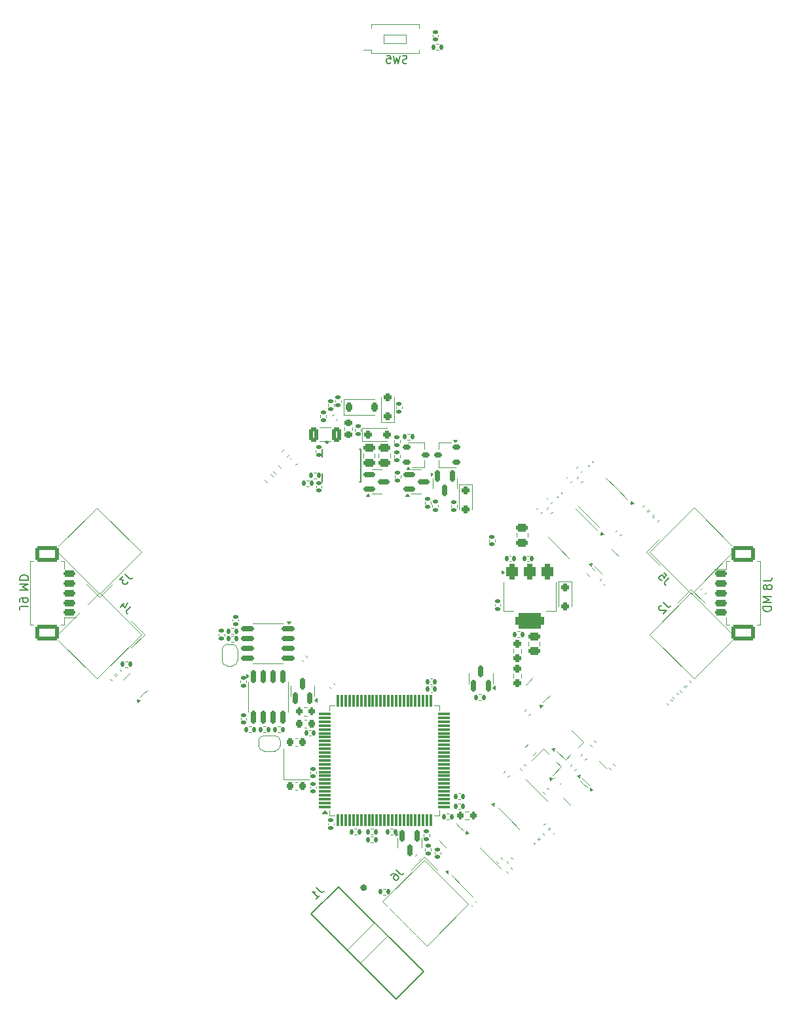
<source format=gbr>
%TF.GenerationSoftware,KiCad,Pcbnew,7.0.11*%
%TF.CreationDate,2025-06-24T23:15:39+09:00*%
%TF.ProjectId,Drive,44726976-652e-46b6-9963-61645f706362,rev?*%
%TF.SameCoordinates,Original*%
%TF.FileFunction,Legend,Bot*%
%TF.FilePolarity,Positive*%
%FSLAX46Y46*%
G04 Gerber Fmt 4.6, Leading zero omitted, Abs format (unit mm)*
G04 Created by KiCad (PCBNEW 7.0.11) date 2025-06-24 23:15:39*
%MOMM*%
%LPD*%
G01*
G04 APERTURE LIST*
G04 Aperture macros list*
%AMRoundRect*
0 Rectangle with rounded corners*
0 $1 Rounding radius*
0 $2 $3 $4 $5 $6 $7 $8 $9 X,Y pos of 4 corners*
0 Add a 4 corners polygon primitive as box body*
4,1,4,$2,$3,$4,$5,$6,$7,$8,$9,$2,$3,0*
0 Add four circle primitives for the rounded corners*
1,1,$1+$1,$2,$3*
1,1,$1+$1,$4,$5*
1,1,$1+$1,$6,$7*
1,1,$1+$1,$8,$9*
0 Add four rect primitives between the rounded corners*
20,1,$1+$1,$2,$3,$4,$5,0*
20,1,$1+$1,$4,$5,$6,$7,0*
20,1,$1+$1,$6,$7,$8,$9,0*
20,1,$1+$1,$8,$9,$2,$3,0*%
%AMHorizOval*
0 Thick line with rounded ends*
0 $1 width*
0 $2 $3 position (X,Y) of the first rounded end (center of the circle)*
0 $4 $5 position (X,Y) of the second rounded end (center of the circle)*
0 Add line between two ends*
20,1,$1,$2,$3,$4,$5,0*
0 Add two circle primitives to create the rounded ends*
1,1,$1,$2,$3*
1,1,$1,$4,$5*%
%AMRotRect*
0 Rectangle, with rotation*
0 The origin of the aperture is its center*
0 $1 length*
0 $2 width*
0 $3 Rotation angle, in degrees counterclockwise*
0 Add horizontal line*
21,1,$1,$2,0,0,$3*%
%AMFreePoly0*
4,1,33,0.500000,-0.750000,0.000000,-0.750000,0.000000,-0.749013,-0.031395,-0.749013,-0.093691,-0.741144,-0.154508,-0.725528,-0.212890,-0.702414,-0.267913,-0.672164,-0.318712,-0.635257,-0.364484,-0.592274,-0.404508,-0.543893,-0.438153,-0.490877,-0.464888,-0.434062,-0.484292,-0.374345,-0.496057,-0.312667,-0.500000,-0.250000,-0.500000,0.250000,-0.496057,0.312667,-0.484292,0.374345,-0.464888,0.434062,
-0.438153,0.490877,-0.404508,0.543893,-0.364484,0.592274,-0.318712,0.635257,-0.267913,0.672164,-0.212890,0.702414,-0.154508,0.725528,-0.093691,0.741144,-0.031395,0.749013,0.000000,0.749013,0.000000,0.750000,0.500000,0.750000,0.500000,-0.750000,0.500000,-0.750000,$1*%
%AMFreePoly1*
4,1,33,0.000000,0.749013,0.031395,0.749013,0.093691,0.741144,0.154508,0.725528,0.212890,0.702414,0.267913,0.672164,0.318712,0.635257,0.364484,0.592274,0.404508,0.543893,0.438153,0.490877,0.464888,0.434062,0.484292,0.374345,0.496057,0.312667,0.500000,0.250000,0.500000,-0.250000,0.496057,-0.312667,0.484292,-0.374345,0.464888,-0.434062,0.438153,-0.490877,0.404508,-0.543893,
0.364484,-0.592274,0.318712,-0.635257,0.267913,-0.672164,0.212890,-0.702414,0.154508,-0.725528,0.093691,-0.741144,0.031395,-0.749013,0.000000,-0.749013,0.000000,-0.750000,-0.500000,-0.750000,-0.500000,0.750000,0.000000,0.750000,0.000000,0.749013,0.000000,0.749013,$1*%
G04 Aperture macros list end*
%ADD10C,0.150000*%
%ADD11C,0.120000*%
%ADD12C,0.250000*%
%ADD13C,0.152400*%
%ADD14C,0.454000*%
%ADD15HorizOval,1.100000X-0.212132X0.212132X0.212132X-0.212132X0*%
%ADD16C,1.524000*%
%ADD17C,0.800000*%
%ADD18C,6.400000*%
%ADD19C,1.200000*%
%ADD20C,2.000000*%
%ADD21RoundRect,0.350000X0.000000X0.494975X-0.494975X0.000000X0.000000X-0.494975X0.494975X0.000000X0*%
%ADD22C,1.400000*%
%ADD23RoundRect,0.140000X0.219203X0.021213X0.021213X0.219203X-0.219203X-0.021213X-0.021213X-0.219203X0*%
%ADD24RoundRect,0.135000X0.135000X0.185000X-0.135000X0.185000X-0.135000X-0.185000X0.135000X-0.185000X0*%
%ADD25RoundRect,0.135000X-0.226274X-0.035355X-0.035355X-0.226274X0.226274X0.035355X0.035355X0.226274X0*%
%ADD26RoundRect,0.175000X-0.325000X-0.175000X0.325000X-0.175000X0.325000X0.175000X-0.325000X0.175000X0*%
%ADD27RoundRect,0.135000X0.185000X-0.135000X0.185000X0.135000X-0.185000X0.135000X-0.185000X-0.135000X0*%
%ADD28RoundRect,0.250000X0.325000X0.650000X-0.325000X0.650000X-0.325000X-0.650000X0.325000X-0.650000X0*%
%ADD29RoundRect,0.135000X-0.035355X0.226274X-0.226274X0.035355X0.035355X-0.226274X0.226274X-0.035355X0*%
%ADD30RoundRect,0.140000X-0.140000X-0.170000X0.140000X-0.170000X0.140000X0.170000X-0.140000X0.170000X0*%
%ADD31RoundRect,0.140000X-0.219203X-0.021213X-0.021213X-0.219203X0.219203X0.021213X0.021213X0.219203X0*%
%ADD32RoundRect,0.150000X0.583363X-0.371231X-0.371231X0.583363X-0.583363X0.371231X0.371231X-0.583363X0*%
%ADD33RoundRect,0.140000X0.140000X0.170000X-0.140000X0.170000X-0.140000X-0.170000X0.140000X-0.170000X0*%
%ADD34R,1.200000X1.400000*%
%ADD35RoundRect,0.150000X0.521491X-0.309359X-0.309359X0.521491X-0.521491X0.309359X0.309359X-0.521491X0*%
%ADD36RoundRect,0.250000X-0.475000X0.250000X-0.475000X-0.250000X0.475000X-0.250000X0.475000X0.250000X0*%
%ADD37RoundRect,0.135000X-0.135000X-0.185000X0.135000X-0.185000X0.135000X0.185000X-0.135000X0.185000X0*%
%ADD38RoundRect,0.135000X0.035355X-0.226274X0.226274X-0.035355X-0.035355X0.226274X-0.226274X0.035355X0*%
%ADD39RoundRect,0.150000X-0.309359X-0.521491X0.521491X0.309359X0.309359X0.521491X-0.521491X-0.309359X0*%
%ADD40RoundRect,0.140000X0.170000X-0.140000X0.170000X0.140000X-0.170000X0.140000X-0.170000X-0.140000X0*%
%ADD41RoundRect,0.135000X-0.185000X0.135000X-0.185000X-0.135000X0.185000X-0.135000X0.185000X0.135000X0*%
%ADD42RoundRect,0.200000X0.200000X0.275000X-0.200000X0.275000X-0.200000X-0.275000X0.200000X-0.275000X0*%
%ADD43RoundRect,0.200000X-0.053033X0.335876X-0.335876X0.053033X0.053033X-0.335876X0.335876X-0.053033X0*%
%ADD44RoundRect,0.250000X-0.053033X0.901561X-0.901561X0.053033X0.053033X-0.901561X0.901561X-0.053033X0*%
%ADD45HorizOval,1.700000X-0.053033X0.053033X0.053033X-0.053033X0*%
%ADD46RoundRect,0.200000X0.335876X0.053033X0.053033X0.335876X-0.335876X-0.053033X-0.053033X-0.335876X0*%
%ADD47RoundRect,0.140000X-0.170000X0.140000X-0.170000X-0.140000X0.170000X-0.140000X0.170000X0.140000X0*%
%ADD48RoundRect,0.135000X0.226274X0.035355X0.035355X0.226274X-0.226274X-0.035355X-0.035355X-0.226274X0*%
%ADD49RoundRect,0.250000X0.475000X-0.250000X0.475000X0.250000X-0.475000X0.250000X-0.475000X-0.250000X0*%
%ADD50RoundRect,0.150000X-0.587500X-0.150000X0.587500X-0.150000X0.587500X0.150000X-0.587500X0.150000X0*%
%ADD51RoundRect,0.150000X-0.583363X0.371231X0.371231X-0.583363X0.583363X-0.371231X-0.371231X0.583363X0*%
%ADD52RoundRect,0.218750X-0.256250X0.218750X-0.256250X-0.218750X0.256250X-0.218750X0.256250X0.218750X0*%
%ADD53RoundRect,0.250000X0.053033X-0.901561X0.901561X-0.053033X-0.053033X0.901561X-0.901561X0.053033X0*%
%ADD54RoundRect,0.175000X-0.353553X0.106066X0.106066X-0.353553X0.353553X-0.106066X-0.106066X0.353553X0*%
%ADD55RoundRect,0.150000X-0.150000X0.587500X-0.150000X-0.587500X0.150000X-0.587500X0.150000X0.587500X0*%
%ADD56RoundRect,0.237500X-0.237500X0.250000X-0.237500X-0.250000X0.237500X-0.250000X0.237500X0.250000X0*%
%ADD57RoundRect,0.250000X0.901561X0.053033X0.053033X0.901561X-0.901561X-0.053033X-0.053033X-0.901561X0*%
%ADD58HorizOval,1.700000X0.053033X0.053033X-0.053033X-0.053033X0*%
%ADD59RoundRect,0.225000X-0.225000X-0.250000X0.225000X-0.250000X0.225000X0.250000X-0.225000X0.250000X0*%
%ADD60RoundRect,0.250000X-0.250000X0.250000X-0.250000X-0.250000X0.250000X-0.250000X0.250000X0.250000X0*%
%ADD61RoundRect,0.225000X-0.225000X-0.375000X0.225000X-0.375000X0.225000X0.375000X-0.225000X0.375000X0*%
%ADD62RoundRect,0.250000X-0.250000X-0.250000X0.250000X-0.250000X0.250000X0.250000X-0.250000X0.250000X0*%
%ADD63R,2.250000X2.250000*%
%ADD64C,2.250000*%
%ADD65RotRect,1.000000X1.000000X135.000000*%
%ADD66C,1.000000*%
%ADD67RoundRect,0.150000X0.675000X0.150000X-0.675000X0.150000X-0.675000X-0.150000X0.675000X-0.150000X0*%
%ADD68RoundRect,0.200000X-0.200000X-0.275000X0.200000X-0.275000X0.200000X0.275000X-0.200000X0.275000X0*%
%ADD69RoundRect,0.150000X-0.521491X0.309359X0.309359X-0.521491X0.521491X-0.309359X-0.309359X0.521491X0*%
%ADD70RoundRect,0.200000X-0.335876X-0.053033X-0.053033X-0.335876X0.335876X0.053033X0.053033X0.335876X0*%
%ADD71RoundRect,0.175000X0.325000X0.175000X-0.325000X0.175000X-0.325000X-0.175000X0.325000X-0.175000X0*%
%ADD72RoundRect,0.375000X-0.375000X0.625000X-0.375000X-0.625000X0.375000X-0.625000X0.375000X0.625000X0*%
%ADD73RoundRect,0.500000X-1.400000X0.500000X-1.400000X-0.500000X1.400000X-0.500000X1.400000X0.500000X0*%
%ADD74RoundRect,0.200000X0.600000X-0.200000X0.600000X0.200000X-0.600000X0.200000X-0.600000X-0.200000X0*%
%ADD75RoundRect,0.250001X1.249999X-0.799999X1.249999X0.799999X-1.249999X0.799999X-1.249999X-0.799999X0*%
%ADD76RoundRect,0.250000X-0.901561X-0.053033X-0.053033X-0.901561X0.901561X0.053033X0.053033X0.901561X0*%
%ADD77HorizOval,1.700000X-0.053033X-0.053033X0.053033X0.053033X0*%
%ADD78RoundRect,0.150000X-0.150000X0.675000X-0.150000X-0.675000X0.150000X-0.675000X0.150000X0.675000X0*%
%ADD79RoundRect,0.250000X0.250000X-0.250000X0.250000X0.250000X-0.250000X0.250000X-0.250000X-0.250000X0*%
%ADD80FreePoly0,180.000000*%
%ADD81FreePoly1,180.000000*%
%ADD82RoundRect,0.250000X0.159099X-0.512652X0.512652X-0.159099X-0.159099X0.512652X-0.512652X0.159099X0*%
%ADD83FreePoly0,90.000000*%
%ADD84FreePoly1,90.000000*%
%ADD85RoundRect,0.150000X0.150000X-0.587500X0.150000X0.587500X-0.150000X0.587500X-0.150000X-0.587500X0*%
%ADD86RoundRect,0.175000X-0.106066X-0.353553X0.353553X0.106066X0.106066X0.353553X-0.353553X-0.106066X0*%
%ADD87C,1.700000*%
%ADD88RoundRect,0.225000X0.225000X0.250000X-0.225000X0.250000X-0.225000X-0.250000X0.225000X-0.250000X0*%
%ADD89RoundRect,0.200000X-0.600000X0.200000X-0.600000X-0.200000X0.600000X-0.200000X0.600000X0.200000X0*%
%ADD90RoundRect,0.250001X-1.249999X0.799999X-1.249999X-0.799999X1.249999X-0.799999X1.249999X0.799999X0*%
%ADD91RoundRect,0.225000X0.017678X-0.335876X0.335876X-0.017678X-0.017678X0.335876X-0.335876X0.017678X0*%
%ADD92RoundRect,0.075000X-0.725000X-0.075000X0.725000X-0.075000X0.725000X0.075000X-0.725000X0.075000X0*%
%ADD93RoundRect,0.075000X-0.075000X-0.725000X0.075000X-0.725000X0.075000X0.725000X-0.075000X0.725000X0*%
G04 APERTURE END LIST*
D10*
X78442419Y-113539411D02*
X79542419Y-113539411D01*
X79542419Y-113539411D02*
X78756704Y-113172744D01*
X78756704Y-113172744D02*
X79542419Y-112806077D01*
X79542419Y-112806077D02*
X78442419Y-112806077D01*
X78442419Y-112282268D02*
X79542419Y-112282268D01*
X79542419Y-112282268D02*
X79542419Y-112020363D01*
X79542419Y-112020363D02*
X79490038Y-111863220D01*
X79490038Y-111863220D02*
X79385276Y-111758458D01*
X79385276Y-111758458D02*
X79280514Y-111706077D01*
X79280514Y-111706077D02*
X79070990Y-111653696D01*
X79070990Y-111653696D02*
X78913847Y-111653696D01*
X78913847Y-111653696D02*
X78704323Y-111706077D01*
X78704323Y-111706077D02*
X78599561Y-111758458D01*
X78599561Y-111758458D02*
X78494800Y-111863220D01*
X78494800Y-111863220D02*
X78442419Y-112020363D01*
X78442419Y-112020363D02*
X78442419Y-112282268D01*
X175657580Y-114460588D02*
X174557580Y-114460588D01*
X174557580Y-114460588D02*
X175343295Y-114827255D01*
X175343295Y-114827255D02*
X174557580Y-115193922D01*
X174557580Y-115193922D02*
X175657580Y-115193922D01*
X175657580Y-115717731D02*
X174557580Y-115717731D01*
X174557580Y-115717731D02*
X174557580Y-115979636D01*
X174557580Y-115979636D02*
X174609961Y-116136779D01*
X174609961Y-116136779D02*
X174714723Y-116241541D01*
X174714723Y-116241541D02*
X174819485Y-116293922D01*
X174819485Y-116293922D02*
X175029009Y-116346303D01*
X175029009Y-116346303D02*
X175186152Y-116346303D01*
X175186152Y-116346303D02*
X175395676Y-116293922D01*
X175395676Y-116293922D02*
X175500438Y-116241541D01*
X175500438Y-116241541D02*
X175605200Y-116136779D01*
X175605200Y-116136779D02*
X175657580Y-115979636D01*
X175657580Y-115979636D02*
X175657580Y-115717731D01*
X161635551Y-115214913D02*
X162140627Y-115719989D01*
X162140627Y-115719989D02*
X162275314Y-115787333D01*
X162275314Y-115787333D02*
X162410001Y-115787333D01*
X162410001Y-115787333D02*
X162544688Y-115719989D01*
X162544688Y-115719989D02*
X162612032Y-115652646D01*
X161399848Y-115585302D02*
X161332505Y-115585302D01*
X161332505Y-115585302D02*
X161231490Y-115618974D01*
X161231490Y-115618974D02*
X161063131Y-115787333D01*
X161063131Y-115787333D02*
X161029459Y-115888348D01*
X161029459Y-115888348D02*
X161029459Y-115955692D01*
X161029459Y-115955692D02*
X161063131Y-116056707D01*
X161063131Y-116056707D02*
X161130474Y-116124050D01*
X161130474Y-116124050D02*
X161265161Y-116191394D01*
X161265161Y-116191394D02*
X162073283Y-116191394D01*
X162073283Y-116191394D02*
X161635551Y-116629127D01*
X92061851Y-111542679D02*
X92566927Y-112047755D01*
X92566927Y-112047755D02*
X92701614Y-112115099D01*
X92701614Y-112115099D02*
X92836301Y-112115099D01*
X92836301Y-112115099D02*
X92970988Y-112047755D01*
X92970988Y-112047755D02*
X93038332Y-111980412D01*
X91792477Y-111812053D02*
X91354744Y-112249786D01*
X91354744Y-112249786D02*
X91859820Y-112283458D01*
X91859820Y-112283458D02*
X91758805Y-112384473D01*
X91758805Y-112384473D02*
X91725133Y-112485488D01*
X91725133Y-112485488D02*
X91725133Y-112552832D01*
X91725133Y-112552832D02*
X91758805Y-112653847D01*
X91758805Y-112653847D02*
X91927164Y-112822206D01*
X91927164Y-112822206D02*
X92028179Y-112855877D01*
X92028179Y-112855877D02*
X92095522Y-112855877D01*
X92095522Y-112855877D02*
X92196538Y-112822206D01*
X92196538Y-112822206D02*
X92398568Y-112620175D01*
X92398568Y-112620175D02*
X92432240Y-112519160D01*
X92432240Y-112519160D02*
X92432240Y-112451816D01*
X92832803Y-115688602D02*
X92327727Y-116193678D01*
X92327727Y-116193678D02*
X92260383Y-116328365D01*
X92260383Y-116328365D02*
X92260383Y-116463052D01*
X92260383Y-116463052D02*
X92327727Y-116597739D01*
X92327727Y-116597739D02*
X92395070Y-116665083D01*
X91957337Y-115284541D02*
X91485933Y-115755945D01*
X92395070Y-115183525D02*
X92058353Y-115856960D01*
X92058353Y-115856960D02*
X91620620Y-115419228D01*
X128503332Y-45507200D02*
X128360475Y-45554819D01*
X128360475Y-45554819D02*
X128122380Y-45554819D01*
X128122380Y-45554819D02*
X128027142Y-45507200D01*
X128027142Y-45507200D02*
X127979523Y-45459580D01*
X127979523Y-45459580D02*
X127931904Y-45364342D01*
X127931904Y-45364342D02*
X127931904Y-45269104D01*
X127931904Y-45269104D02*
X127979523Y-45173866D01*
X127979523Y-45173866D02*
X128027142Y-45126247D01*
X128027142Y-45126247D02*
X128122380Y-45078628D01*
X128122380Y-45078628D02*
X128312856Y-45031009D01*
X128312856Y-45031009D02*
X128408094Y-44983390D01*
X128408094Y-44983390D02*
X128455713Y-44935771D01*
X128455713Y-44935771D02*
X128503332Y-44840533D01*
X128503332Y-44840533D02*
X128503332Y-44745295D01*
X128503332Y-44745295D02*
X128455713Y-44650057D01*
X128455713Y-44650057D02*
X128408094Y-44602438D01*
X128408094Y-44602438D02*
X128312856Y-44554819D01*
X128312856Y-44554819D02*
X128074761Y-44554819D01*
X128074761Y-44554819D02*
X127931904Y-44602438D01*
X127598570Y-44554819D02*
X127360475Y-45554819D01*
X127360475Y-45554819D02*
X127169999Y-44840533D01*
X127169999Y-44840533D02*
X126979523Y-45554819D01*
X126979523Y-45554819D02*
X126741428Y-44554819D01*
X125884285Y-44554819D02*
X126360475Y-44554819D01*
X126360475Y-44554819D02*
X126408094Y-45031009D01*
X126408094Y-45031009D02*
X126360475Y-44983390D01*
X126360475Y-44983390D02*
X126265237Y-44935771D01*
X126265237Y-44935771D02*
X126027142Y-44935771D01*
X126027142Y-44935771D02*
X125931904Y-44983390D01*
X125931904Y-44983390D02*
X125884285Y-45031009D01*
X125884285Y-45031009D02*
X125836666Y-45126247D01*
X125836666Y-45126247D02*
X125836666Y-45364342D01*
X125836666Y-45364342D02*
X125884285Y-45459580D01*
X125884285Y-45459580D02*
X125931904Y-45507200D01*
X125931904Y-45507200D02*
X126027142Y-45554819D01*
X126027142Y-45554819D02*
X126265237Y-45554819D01*
X126265237Y-45554819D02*
X126360475Y-45507200D01*
X126360475Y-45507200D02*
X126408094Y-45459580D01*
X116806117Y-152056442D02*
X117311193Y-152561518D01*
X117311193Y-152561518D02*
X117445880Y-152628862D01*
X117445880Y-152628862D02*
X117580567Y-152628862D01*
X117580567Y-152628862D02*
X117715254Y-152561518D01*
X117715254Y-152561518D02*
X117782598Y-152494175D01*
X116806117Y-153470656D02*
X117210178Y-153066595D01*
X117008147Y-153268625D02*
X116301040Y-152561518D01*
X116301040Y-152561518D02*
X116469399Y-152595190D01*
X116469399Y-152595190D02*
X116604086Y-152595190D01*
X116604086Y-152595190D02*
X116705101Y-152561518D01*
X127108602Y-149737197D02*
X127613678Y-150242273D01*
X127613678Y-150242273D02*
X127748365Y-150309617D01*
X127748365Y-150309617D02*
X127883052Y-150309617D01*
X127883052Y-150309617D02*
X128017739Y-150242273D01*
X128017739Y-150242273D02*
X128085083Y-150174930D01*
X126468838Y-150376960D02*
X126603525Y-150242273D01*
X126603525Y-150242273D02*
X126704541Y-150208602D01*
X126704541Y-150208602D02*
X126771884Y-150208602D01*
X126771884Y-150208602D02*
X126940243Y-150242273D01*
X126940243Y-150242273D02*
X127108602Y-150343289D01*
X127108602Y-150343289D02*
X127377976Y-150612663D01*
X127377976Y-150612663D02*
X127411647Y-150713678D01*
X127411647Y-150713678D02*
X127411647Y-150781021D01*
X127411647Y-150781021D02*
X127377976Y-150882037D01*
X127377976Y-150882037D02*
X127243289Y-151016724D01*
X127243289Y-151016724D02*
X127142273Y-151050395D01*
X127142273Y-151050395D02*
X127074930Y-151050395D01*
X127074930Y-151050395D02*
X126973915Y-151016724D01*
X126973915Y-151016724D02*
X126805556Y-150848365D01*
X126805556Y-150848365D02*
X126771884Y-150747350D01*
X126771884Y-150747350D02*
X126771884Y-150680006D01*
X126771884Y-150680006D02*
X126805556Y-150578991D01*
X126805556Y-150578991D02*
X126940243Y-150444304D01*
X126940243Y-150444304D02*
X127041258Y-150410632D01*
X127041258Y-150410632D02*
X127108602Y-150410632D01*
X127108602Y-150410632D02*
X127209617Y-150444304D01*
X79498919Y-115666666D02*
X78713204Y-115666666D01*
X78713204Y-115666666D02*
X78556061Y-115719047D01*
X78556061Y-115719047D02*
X78451300Y-115823809D01*
X78451300Y-115823809D02*
X78398919Y-115980952D01*
X78398919Y-115980952D02*
X78398919Y-116085714D01*
X78398919Y-115090476D02*
X78398919Y-114880952D01*
X78398919Y-114880952D02*
X78451300Y-114776190D01*
X78451300Y-114776190D02*
X78503680Y-114723809D01*
X78503680Y-114723809D02*
X78660823Y-114619047D01*
X78660823Y-114619047D02*
X78870347Y-114566666D01*
X78870347Y-114566666D02*
X79289395Y-114566666D01*
X79289395Y-114566666D02*
X79394157Y-114619047D01*
X79394157Y-114619047D02*
X79446538Y-114671428D01*
X79446538Y-114671428D02*
X79498919Y-114776190D01*
X79498919Y-114776190D02*
X79498919Y-114985714D01*
X79498919Y-114985714D02*
X79446538Y-115090476D01*
X79446538Y-115090476D02*
X79394157Y-115142857D01*
X79394157Y-115142857D02*
X79289395Y-115195238D01*
X79289395Y-115195238D02*
X79027490Y-115195238D01*
X79027490Y-115195238D02*
X78922728Y-115142857D01*
X78922728Y-115142857D02*
X78870347Y-115090476D01*
X78870347Y-115090476D02*
X78817966Y-114985714D01*
X78817966Y-114985714D02*
X78817966Y-114776190D01*
X78817966Y-114776190D02*
X78870347Y-114671428D01*
X78870347Y-114671428D02*
X78922728Y-114619047D01*
X78922728Y-114619047D02*
X79027490Y-114566666D01*
X162411320Y-112011851D02*
X161906244Y-112516927D01*
X161906244Y-112516927D02*
X161838900Y-112651614D01*
X161838900Y-112651614D02*
X161838900Y-112786301D01*
X161838900Y-112786301D02*
X161906244Y-112920988D01*
X161906244Y-112920988D02*
X161973587Y-112988332D01*
X161737885Y-111338416D02*
X162074602Y-111675133D01*
X162074602Y-111675133D02*
X161771557Y-112045522D01*
X161771557Y-112045522D02*
X161771557Y-111978179D01*
X161771557Y-111978179D02*
X161737885Y-111877164D01*
X161737885Y-111877164D02*
X161569526Y-111708805D01*
X161569526Y-111708805D02*
X161468511Y-111675133D01*
X161468511Y-111675133D02*
X161401167Y-111675133D01*
X161401167Y-111675133D02*
X161300152Y-111708805D01*
X161300152Y-111708805D02*
X161131793Y-111877164D01*
X161131793Y-111877164D02*
X161098122Y-111978179D01*
X161098122Y-111978179D02*
X161098122Y-112045522D01*
X161098122Y-112045522D02*
X161131793Y-112146538D01*
X161131793Y-112146538D02*
X161300152Y-112314896D01*
X161300152Y-112314896D02*
X161401167Y-112348568D01*
X161401167Y-112348568D02*
X161468511Y-112348568D01*
X174601080Y-112433333D02*
X175386795Y-112433333D01*
X175386795Y-112433333D02*
X175543938Y-112380952D01*
X175543938Y-112380952D02*
X175648700Y-112276190D01*
X175648700Y-112276190D02*
X175701080Y-112119047D01*
X175701080Y-112119047D02*
X175701080Y-112014285D01*
X175072509Y-113114285D02*
X175020128Y-113009523D01*
X175020128Y-113009523D02*
X174967747Y-112957142D01*
X174967747Y-112957142D02*
X174862985Y-112904761D01*
X174862985Y-112904761D02*
X174810604Y-112904761D01*
X174810604Y-112904761D02*
X174705842Y-112957142D01*
X174705842Y-112957142D02*
X174653461Y-113009523D01*
X174653461Y-113009523D02*
X174601080Y-113114285D01*
X174601080Y-113114285D02*
X174601080Y-113323809D01*
X174601080Y-113323809D02*
X174653461Y-113428571D01*
X174653461Y-113428571D02*
X174705842Y-113480952D01*
X174705842Y-113480952D02*
X174810604Y-113533333D01*
X174810604Y-113533333D02*
X174862985Y-113533333D01*
X174862985Y-113533333D02*
X174967747Y-113480952D01*
X174967747Y-113480952D02*
X175020128Y-113428571D01*
X175020128Y-113428571D02*
X175072509Y-113323809D01*
X175072509Y-113323809D02*
X175072509Y-113114285D01*
X175072509Y-113114285D02*
X175124890Y-113009523D01*
X175124890Y-113009523D02*
X175177271Y-112957142D01*
X175177271Y-112957142D02*
X175282033Y-112904761D01*
X175282033Y-112904761D02*
X175491557Y-112904761D01*
X175491557Y-112904761D02*
X175596319Y-112957142D01*
X175596319Y-112957142D02*
X175648700Y-113009523D01*
X175648700Y-113009523D02*
X175701080Y-113114285D01*
X175701080Y-113114285D02*
X175701080Y-113323809D01*
X175701080Y-113323809D02*
X175648700Y-113428571D01*
X175648700Y-113428571D02*
X175596319Y-113480952D01*
X175596319Y-113480952D02*
X175491557Y-113533333D01*
X175491557Y-113533333D02*
X175282033Y-113533333D01*
X175282033Y-113533333D02*
X175177271Y-113480952D01*
X175177271Y-113480952D02*
X175124890Y-113428571D01*
X175124890Y-113428571D02*
X175072509Y-113323809D01*
D11*
%TO.C,C27*%
X148059992Y-101645707D02*
X147907489Y-101493204D01*
X148569109Y-101136590D02*
X148416606Y-100984087D01*
%TO.C,R21*%
X92383641Y-123540000D02*
X92076359Y-123540000D01*
X92383641Y-122780000D02*
X92076359Y-122780000D01*
%TO.C,R4*%
X143660060Y-136082659D02*
X143877341Y-136299940D01*
X143122659Y-136620060D02*
X143339940Y-136837341D01*
%TO.C,Q6*%
X128625000Y-94490000D02*
X130775000Y-94490000D01*
X129175000Y-97710000D02*
X130775000Y-97710000D01*
X130775000Y-95400000D02*
X130775000Y-94490000D01*
X130775000Y-97710000D02*
X130775000Y-96800000D01*
X128915000Y-97990000D02*
X128435000Y-97990000D01*
X128675000Y-97660000D01*
X128915000Y-97990000D01*
G36*
X128915000Y-97990000D02*
G01*
X128435000Y-97990000D01*
X128675000Y-97660000D01*
X128915000Y-97990000D01*
G37*
%TO.C,R25*%
X131800000Y-102853641D02*
X131800000Y-102546359D01*
X132560000Y-102853641D02*
X132560000Y-102546359D01*
%TO.C,C16*%
X118611252Y-94390000D02*
X117188748Y-94390000D01*
X118611252Y-92570000D02*
X117188748Y-92570000D01*
%TO.C,R3*%
X144446341Y-129542060D02*
X144229060Y-129759341D01*
X143908940Y-129004659D02*
X143691659Y-129221940D01*
%TO.C,C4*%
X135172164Y-141170000D02*
X135387836Y-141170000D01*
X135172164Y-141890000D02*
X135387836Y-141890000D01*
%TO.C,R33*%
X159727341Y-103180060D02*
X159510060Y-103397341D01*
X159189940Y-102642659D02*
X158972659Y-102859940D01*
%TO.C,C35*%
X137328307Y-153759190D02*
X137480810Y-153911693D01*
X136819190Y-154268307D02*
X136971693Y-154420810D01*
%TO.C,U3*%
X148089807Y-108110193D02*
X149468665Y-109489052D01*
X148089807Y-108110193D02*
X146710948Y-106731335D01*
X151710193Y-104489807D02*
X153089052Y-105868665D01*
X151710193Y-104489807D02*
X150331335Y-103110948D01*
X153955257Y-106402530D02*
X153552207Y-106466170D01*
X153615846Y-106063119D01*
X153955257Y-106402530D01*
G36*
X153955257Y-106402530D02*
G01*
X153552207Y-106466170D01*
X153615846Y-106063119D01*
X153955257Y-106402530D01*
G37*
%TO.C,C3*%
X131771836Y-126750000D02*
X131556164Y-126750000D01*
X131771836Y-126030000D02*
X131556164Y-126030000D01*
%TO.C,Y2*%
X112548000Y-138084000D02*
X112548000Y-134084000D01*
X115848000Y-138084000D02*
X112548000Y-138084000D01*
%TO.C,Q17*%
X133122913Y-146404087D02*
X133582533Y-146863706D01*
X133122913Y-146404087D02*
X132663294Y-145944467D01*
X135329087Y-144197913D02*
X135788706Y-144657533D01*
X135329087Y-144197913D02*
X134869467Y-143738294D01*
X136518794Y-144991641D02*
X136115743Y-145055280D01*
X136179382Y-144652230D01*
X136518794Y-144991641D01*
G36*
X136518794Y-144991641D02*
G01*
X136115743Y-145055280D01*
X136179382Y-144652230D01*
X136518794Y-144991641D01*
G37*
%TO.C,C41*%
X124335000Y-95938748D02*
X124335000Y-96461252D01*
X122865000Y-95938748D02*
X122865000Y-96461252D01*
%TO.C,R20*%
X91360060Y-123822659D02*
X91577341Y-124039940D01*
X90822659Y-124360060D02*
X91039940Y-124577341D01*
%TO.C,C1*%
X118625693Y-126296810D02*
X118473190Y-126144307D01*
X119134810Y-125787693D02*
X118982307Y-125635190D01*
%TO.C,R51*%
X105766359Y-119470000D02*
X106073641Y-119470000D01*
X105766359Y-120230000D02*
X106073641Y-120230000D01*
%TO.C,R41*%
X146552811Y-103170092D02*
X146770092Y-102952811D01*
X147090212Y-103707493D02*
X147307493Y-103490212D01*
%TO.C,R35*%
X154157341Y-112710060D02*
X153940060Y-112927341D01*
X153619940Y-112172659D02*
X153402659Y-112389940D01*
%TO.C,R19*%
X118270000Y-89853641D02*
X118270000Y-89546359D01*
X119030000Y-89853641D02*
X119030000Y-89546359D01*
%TO.C,R31*%
X161077341Y-104550060D02*
X160860060Y-104767341D01*
X160539940Y-104012659D02*
X160322659Y-104229940D01*
%TO.C,Q8*%
X92246913Y-124746913D02*
X91787294Y-125206533D01*
X92246913Y-124746913D02*
X92706533Y-124287294D01*
X94453087Y-126953087D02*
X93993467Y-127412706D01*
X94453087Y-126953087D02*
X94912706Y-126493467D01*
X93998770Y-127803382D02*
X93659359Y-128142794D01*
X93595720Y-127739743D01*
X93998770Y-127803382D01*
G36*
X93998770Y-127803382D02*
G01*
X93659359Y-128142794D01*
X93595720Y-127739743D01*
X93998770Y-127803382D01*
G37*
%TO.C,R12*%
X115546359Y-99420000D02*
X115853641Y-99420000D01*
X115546359Y-100180000D02*
X115853641Y-100180000D01*
%TO.C,R38*%
X146552659Y-101839940D02*
X146769940Y-101622659D01*
X147090060Y-102377341D02*
X147307341Y-102160060D01*
%TO.C,C2*%
X132120000Y-147687836D02*
X132120000Y-147472164D01*
X132840000Y-147687836D02*
X132840000Y-147472164D01*
%TO.C,R67*%
X124143641Y-146180000D02*
X123836359Y-146180000D01*
X124143641Y-145420000D02*
X123836359Y-145420000D01*
%TO.C,R50*%
X110243641Y-131970000D02*
X109936359Y-131970000D01*
X110243641Y-131210000D02*
X109936359Y-131210000D01*
D10*
%TO.C,U2*%
X122555000Y-95379999D02*
X122405000Y-95379999D01*
X122555000Y-95379999D02*
X122555000Y-99580001D01*
X117555500Y-95379999D02*
X117530001Y-95379999D01*
X117530001Y-95379999D02*
X117530001Y-96430000D01*
X117530001Y-98530000D02*
X117530001Y-99580001D01*
X122555000Y-99580001D02*
X122405000Y-99580001D01*
X117555500Y-99580001D02*
X117530001Y-99580001D01*
D12*
X118293002Y-94480000D02*
G75*
G03*
X118043000Y-94480000I-125001J0D01*
G01*
X118043000Y-94480000D02*
G75*
G03*
X118293002Y-94480000I125001J0D01*
G01*
D11*
%TO.C,R76*%
X146872659Y-144569940D02*
X147089940Y-144352659D01*
X147410060Y-145107341D02*
X147627341Y-144890060D01*
%TO.C,R14*%
X127580000Y-96166359D02*
X127580000Y-96473641D01*
X126820000Y-96166359D02*
X126820000Y-96473641D01*
%TO.C,R43*%
X115616258Y-129802500D02*
X115141742Y-129802500D01*
X115616258Y-128757500D02*
X115141742Y-128757500D01*
%TO.C,R28*%
X113337230Y-96091697D02*
X113001697Y-96427230D01*
X112598303Y-95352770D02*
X112262770Y-95688303D01*
%TO.C,J2*%
X166954300Y-115192649D02*
X165250173Y-113488522D01*
X165250173Y-113488522D02*
X163546045Y-115192649D01*
X170991880Y-119654493D02*
X165603726Y-125042647D01*
X165250173Y-113912786D02*
X170991880Y-119654493D01*
X165603726Y-125042647D02*
X159862019Y-119300940D01*
X159862019Y-119300940D02*
X165250173Y-113912786D01*
%TO.C,R79*%
X146947341Y-144230060D02*
X146730060Y-144447341D01*
X146409940Y-143692659D02*
X146192659Y-143909940D01*
%TO.C,C15*%
X135172164Y-139850000D02*
X135387836Y-139850000D01*
X135172164Y-140570000D02*
X135387836Y-140570000D01*
%TO.C,R30*%
X110438303Y-99657230D02*
X110102770Y-99321697D01*
X111177230Y-98918303D02*
X110841697Y-98582770D01*
%TO.C,C7*%
X119030000Y-143702164D02*
X119030000Y-143917836D01*
X118310000Y-143702164D02*
X118310000Y-143917836D01*
%TO.C,R77*%
X146050060Y-145022659D02*
X146267341Y-145239940D01*
X145512659Y-145560060D02*
X145729940Y-145777341D01*
%TO.C,R78*%
X140299940Y-148877341D02*
X140082659Y-148660060D01*
X140837341Y-148339940D02*
X140620060Y-148122659D01*
%TO.C,C25*%
X142665000Y-106761252D02*
X142665000Y-106238748D01*
X144135000Y-106761252D02*
X144135000Y-106238748D01*
%TO.C,R18*%
X118080000Y-90996359D02*
X118080000Y-91303641D01*
X117320000Y-90996359D02*
X117320000Y-91303641D01*
%TO.C,Q10*%
X129700000Y-98040000D02*
X129050000Y-98040000D01*
X129700000Y-98040000D02*
X130350000Y-98040000D01*
X129700000Y-101160000D02*
X129050000Y-101160000D01*
X129700000Y-101160000D02*
X130350000Y-101160000D01*
X128777500Y-101440000D02*
X128297500Y-101440000D01*
X128537500Y-101110000D01*
X128777500Y-101440000D01*
G36*
X128777500Y-101440000D02*
G01*
X128297500Y-101440000D01*
X128537500Y-101110000D01*
X128777500Y-101440000D01*
G37*
%TO.C,R66*%
X130287341Y-148240060D02*
X130070060Y-148457341D01*
X129749940Y-147702659D02*
X129532659Y-147919940D01*
%TO.C,R32*%
X160397341Y-103860060D02*
X160180060Y-104077341D01*
X159859940Y-103322659D02*
X159642659Y-103539940D01*
%TO.C,R75*%
X141930060Y-148092659D02*
X142147341Y-148309940D01*
X141392659Y-148630060D02*
X141609940Y-148847341D01*
%TO.C,U12*%
X145280193Y-139459807D02*
X143901335Y-138080948D01*
X145280193Y-139459807D02*
X146659052Y-140838665D01*
X141659807Y-143080193D02*
X140280948Y-141701335D01*
X141659807Y-143080193D02*
X143038665Y-144459052D01*
X139754154Y-141506881D02*
X139414743Y-141167470D01*
X139817793Y-141103830D01*
X139754154Y-141506881D01*
G36*
X139754154Y-141506881D02*
G01*
X139414743Y-141167470D01*
X139817793Y-141103830D01*
X139754154Y-141506881D01*
G37*
%TO.C,L1*%
X121460000Y-92587221D02*
X121460000Y-92912779D01*
X120440000Y-92587221D02*
X120440000Y-92912779D01*
%TO.C,R68*%
X132296359Y-43070000D02*
X132603641Y-43070000D01*
X132296359Y-43830000D02*
X132603641Y-43830000D01*
%TO.C,C34*%
X139140000Y-107307836D02*
X139140000Y-107092164D01*
X139860000Y-107307836D02*
X139860000Y-107092164D01*
%TO.C,J3*%
X87042700Y-112807351D02*
X88746827Y-114511478D01*
X88746827Y-114511478D02*
X90450955Y-112807351D01*
X83005120Y-108345507D02*
X88393274Y-102957353D01*
X88746827Y-114087214D02*
X83005120Y-108345507D01*
X88393274Y-102957353D02*
X94134981Y-108699060D01*
X94134981Y-108699060D02*
X88746827Y-114087214D01*
%TO.C,R22*%
X90339940Y-125277341D02*
X90122659Y-125060060D01*
X90877341Y-124739940D02*
X90660060Y-124522659D01*
%TO.C,Q3*%
X149779774Y-131702890D02*
X151300054Y-133223170D01*
X147891799Y-134368683D02*
X149023170Y-135500054D01*
X150656587Y-133866637D02*
X151300054Y-133223170D01*
X149023170Y-135500054D02*
X149666637Y-134856587D01*
X147509961Y-134382825D02*
X147170550Y-134043414D01*
X147573601Y-133979774D01*
X147509961Y-134382825D01*
G36*
X147509961Y-134382825D02*
G01*
X147170550Y-134043414D01*
X147573601Y-133979774D01*
X147509961Y-134382825D01*
G37*
%TO.C,Q12*%
X134960000Y-99800000D02*
X134960000Y-99150000D01*
X134960000Y-99800000D02*
X134960000Y-100450000D01*
X131840000Y-99800000D02*
X131840000Y-99150000D01*
X131840000Y-99800000D02*
X131840000Y-100450000D01*
X131890000Y-98637500D02*
X131560000Y-98877500D01*
X131560000Y-98397500D01*
X131890000Y-98637500D01*
G36*
X131890000Y-98637500D02*
G01*
X131560000Y-98877500D01*
X131560000Y-98397500D01*
X131890000Y-98637500D01*
G37*
%TO.C,Q5*%
X124600000Y-98040000D02*
X123950000Y-98040000D01*
X124600000Y-98040000D02*
X125250000Y-98040000D01*
X124600000Y-101160000D02*
X123950000Y-101160000D01*
X124600000Y-101160000D02*
X125250000Y-101160000D01*
X123677500Y-101440000D02*
X123197500Y-101440000D01*
X123437500Y-101110000D01*
X123677500Y-101440000D01*
G36*
X123677500Y-101440000D02*
G01*
X123197500Y-101440000D01*
X123437500Y-101110000D01*
X123677500Y-101440000D01*
G37*
%TO.C,R62*%
X125426359Y-152190000D02*
X125733641Y-152190000D01*
X125426359Y-152950000D02*
X125733641Y-152950000D01*
%TO.C,U11*%
X139290193Y-148199807D02*
X137911335Y-146820948D01*
X139290193Y-148199807D02*
X140669052Y-149578665D01*
X135669807Y-151820193D02*
X134290948Y-150441335D01*
X135669807Y-151820193D02*
X137048665Y-153199052D01*
X133764154Y-150246881D02*
X133424743Y-149907470D01*
X133827793Y-149843830D01*
X133764154Y-150246881D01*
G36*
X133764154Y-150246881D02*
G01*
X133424743Y-149907470D01*
X133827793Y-149843830D01*
X133764154Y-150246881D01*
G37*
%TO.C,R61*%
X143292500Y-124415276D02*
X143292500Y-124924724D01*
X142247500Y-124415276D02*
X142247500Y-124924724D01*
%TO.C,J4*%
X92855068Y-121007351D02*
X94559195Y-119303224D01*
X94559195Y-119303224D02*
X92855068Y-117599096D01*
X88393224Y-125044931D02*
X83005070Y-119656777D01*
X94134931Y-119303224D02*
X88393224Y-125044931D01*
X83005070Y-119656777D02*
X88746777Y-113915070D01*
X88746777Y-113915070D02*
X94134931Y-119303224D01*
%TO.C,R73*%
X140989715Y-137201109D02*
X141206996Y-136983828D01*
X141527116Y-137738510D02*
X141744397Y-137521229D01*
%TO.C,C6*%
X114057421Y-132724000D02*
X114338581Y-132724000D01*
X114057421Y-133744000D02*
X114338581Y-133744000D01*
%TO.C,R13*%
X146610060Y-139122659D02*
X146827341Y-139339940D01*
X146072659Y-139660060D02*
X146289940Y-139877341D01*
%TO.C,D6*%
X149820000Y-112480000D02*
X149820000Y-115740000D01*
X148120000Y-112480000D02*
X149820000Y-112480000D01*
X148120000Y-112480000D02*
X148120000Y-115740000D01*
%TO.C,Q4*%
X149146913Y-140853087D02*
X149606533Y-141312706D01*
X149146913Y-140853087D02*
X148687294Y-140393467D01*
X151353087Y-138646913D02*
X151812706Y-139106533D01*
X151353087Y-138646913D02*
X150893467Y-138187294D01*
X152542794Y-139440641D02*
X152139743Y-139504280D01*
X152203382Y-139101230D01*
X152542794Y-139440641D01*
G36*
X152542794Y-139440641D02*
G01*
X152139743Y-139504280D01*
X152203382Y-139101230D01*
X152542794Y-139440641D01*
G37*
%TO.C,D5*%
X120339000Y-88958000D02*
X124349000Y-88958000D01*
X120339000Y-90958000D02*
X120339000Y-88958000D01*
X120339000Y-90958000D02*
X124349000Y-90958000D01*
%TO.C,C20*%
X144277836Y-109870000D02*
X144062164Y-109870000D01*
X144277836Y-109150000D02*
X144062164Y-109150000D01*
%TO.C,R49*%
X106073641Y-119280000D02*
X105766359Y-119280000D01*
X106073641Y-118520000D02*
X105766359Y-118520000D01*
%TO.C,C26*%
X145673000Y-120272748D02*
X145673000Y-120795252D01*
X144203000Y-120272748D02*
X144203000Y-120795252D01*
%TO.C,R42*%
X150452659Y-99179940D02*
X150669940Y-98962659D01*
X150990060Y-99717341D02*
X151207341Y-99500060D01*
%TO.C,D2*%
X122686000Y-92694000D02*
X125946000Y-92694000D01*
X122686000Y-94394000D02*
X122686000Y-92694000D01*
X122686000Y-94394000D02*
X125946000Y-94394000D01*
%TO.C,R53*%
X130660000Y-145423641D02*
X130660000Y-145116359D01*
X131420000Y-145423641D02*
X131420000Y-145116359D01*
%TO.C,SW5*%
X123900000Y-40550000D02*
X130100000Y-40550000D01*
X123900000Y-41010000D02*
X123900000Y-40550000D01*
X123900000Y-43790000D02*
X122900000Y-43790000D01*
X123900000Y-44250000D02*
X123900000Y-43790000D01*
X130100000Y-41010000D02*
X130100000Y-40550000D01*
X130100000Y-44250000D02*
X123900000Y-44250000D01*
X130100000Y-44250000D02*
X130100000Y-43790000D01*
X125500000Y-42950000D02*
X128350000Y-42950000D01*
X128350000Y-42950000D02*
X128350000Y-41900000D01*
X128350000Y-41900000D02*
X125500000Y-41900000D01*
X125500000Y-41900000D02*
X125500000Y-42950000D01*
D13*
%TO.C,J1*%
X119668237Y-151908455D02*
X130628392Y-162868610D01*
X130629948Y-162871297D02*
X127092858Y-166404144D01*
X127092858Y-166404144D02*
X116132703Y-155443989D01*
D11*
X122461308Y-161772595D02*
X125996842Y-158237061D01*
X120764252Y-160075539D02*
X124299786Y-156540005D01*
D13*
X116132703Y-155443989D02*
X119667672Y-151909020D01*
D14*
X123130957Y-152032906D02*
G75*
G03*
X122676957Y-152032906I-227000J0D01*
G01*
X122676957Y-152032906D02*
G75*
G03*
X123130957Y-152032906I227000J0D01*
G01*
D11*
%TO.C,U6*%
X110550000Y-123035000D02*
X112500000Y-123035000D01*
X110550000Y-123035000D02*
X108600000Y-123035000D01*
X110550000Y-117915000D02*
X112500000Y-117915000D01*
X110550000Y-117915000D02*
X108600000Y-117915000D01*
X113250000Y-118010000D02*
X113010000Y-117680000D01*
X113490000Y-117680000D01*
X113250000Y-118010000D01*
G36*
X113250000Y-118010000D02*
G01*
X113010000Y-117680000D01*
X113490000Y-117680000D01*
X113250000Y-118010000D01*
G37*
%TO.C,R71*%
X136032742Y-142207500D02*
X136507258Y-142207500D01*
X136032742Y-143252500D02*
X136507258Y-143252500D01*
%TO.C,R56*%
X167207341Y-113840060D02*
X166990060Y-114057341D01*
X166669940Y-113302659D02*
X166452659Y-113519940D01*
%TO.C,R23*%
X130820000Y-102453641D02*
X130820000Y-102146359D01*
X131580000Y-102453641D02*
X131580000Y-102146359D01*
%TO.C,R37*%
X145232659Y-103159940D02*
X145449940Y-102942659D01*
X145770060Y-103697341D02*
X145987341Y-103480060D01*
%TO.C,D3*%
X136960000Y-99910000D02*
X136960000Y-103170000D01*
X135260000Y-99910000D02*
X136960000Y-99910000D01*
X135260000Y-99910000D02*
X135260000Y-103170000D01*
%TO.C,Q2*%
X153853087Y-136146913D02*
X153393467Y-135687294D01*
X153853087Y-136146913D02*
X154312706Y-136606533D01*
X151646913Y-138353087D02*
X151187294Y-137893467D01*
X151646913Y-138353087D02*
X152106533Y-138812706D01*
X150796618Y-137898770D02*
X150457206Y-137559359D01*
X150860257Y-137495720D01*
X150796618Y-137898770D01*
G36*
X150796618Y-137898770D02*
G01*
X150457206Y-137559359D01*
X150860257Y-137495720D01*
X150796618Y-137898770D01*
G37*
%TO.C,J6*%
X132427351Y-149714933D02*
X130723224Y-148010806D01*
X130723224Y-148010806D02*
X129019096Y-149714933D01*
X136464931Y-154176777D02*
X131076777Y-159564931D01*
X130723224Y-148435070D02*
X136464931Y-154176777D01*
X131076777Y-159564931D02*
X125335070Y-153823224D01*
X125335070Y-153823224D02*
X130723224Y-148435070D01*
%TO.C,R29*%
X111901697Y-97522770D02*
X112237230Y-97858303D01*
X111162770Y-98261697D02*
X111498303Y-98597230D01*
%TO.C,R74*%
X141579940Y-150147341D02*
X141362659Y-149930060D01*
X142117341Y-149609940D02*
X141900060Y-149392659D01*
%TO.C,R10*%
X116720000Y-95823642D02*
X116720000Y-95516360D01*
X117480000Y-95823642D02*
X117480000Y-95516360D01*
%TO.C,Q11*%
X134775000Y-97710000D02*
X132625000Y-97710000D01*
X134225000Y-94490000D02*
X132625000Y-94490000D01*
X132625000Y-96800000D02*
X132625000Y-97710000D01*
X132625000Y-94490000D02*
X132625000Y-95400000D01*
X134725000Y-94540000D02*
X134485000Y-94210000D01*
X134965000Y-94210000D01*
X134725000Y-94540000D01*
G36*
X134725000Y-94540000D02*
G01*
X134485000Y-94210000D01*
X134965000Y-94210000D01*
X134725000Y-94540000D01*
G37*
%TO.C,R72*%
X133963641Y-143240000D02*
X133656359Y-143240000D01*
X133963641Y-142480000D02*
X133656359Y-142480000D01*
%TO.C,U1*%
X147797500Y-112540000D02*
X147797500Y-116300000D01*
X140977500Y-112540000D02*
X140977500Y-116300000D01*
X147797500Y-116300000D02*
X146537500Y-116300000D01*
X140977500Y-116300000D02*
X142237500Y-116300000D01*
X141077500Y-111260000D02*
X140747500Y-111500000D01*
X140747500Y-111020000D01*
X141077500Y-111260000D01*
G36*
X141077500Y-111260000D02*
G01*
X140747500Y-111500000D01*
X140747500Y-111020000D01*
X141077500Y-111260000D01*
G37*
%TO.C,R58*%
X162600060Y-127682659D02*
X162817341Y-127899940D01*
X162062659Y-128220060D02*
X162279940Y-128437341D01*
%TO.C,R39*%
X149112659Y-99139940D02*
X149329940Y-98922659D01*
X149650060Y-99677341D02*
X149867341Y-99460060D01*
%TO.C,J9*%
X79790000Y-118110000D02*
X79790000Y-109890000D01*
X80240000Y-118110000D02*
X79790000Y-118110000D01*
X83760000Y-118110000D02*
X84210000Y-118110000D01*
X84210000Y-118110000D02*
X84210000Y-117160000D01*
X84210000Y-117160000D02*
X85700000Y-117160000D01*
X79790000Y-109890000D02*
X80240000Y-109890000D01*
X83760000Y-109890000D02*
X84210000Y-109890000D01*
X84210000Y-109890000D02*
X84210000Y-110840000D01*
%TO.C,R59*%
X138081641Y-127837000D02*
X137774359Y-127837000D01*
X138081641Y-127077000D02*
X137774359Y-127077000D01*
%TO.C,C13*%
X116062836Y-132410000D02*
X115847164Y-132410000D01*
X116062836Y-131690000D02*
X115847164Y-131690000D01*
%TO.C,C21*%
X141967836Y-109870000D02*
X141752164Y-109870000D01*
X141967836Y-109150000D02*
X141752164Y-109150000D01*
%TO.C,J5*%
X161146649Y-106992700D02*
X159442522Y-108696827D01*
X159442522Y-108696827D02*
X161146649Y-110400955D01*
X165608493Y-102955120D02*
X170996647Y-108343274D01*
X159866786Y-108696827D02*
X165608493Y-102955120D01*
X170996647Y-108343274D02*
X165254940Y-114084981D01*
X165254940Y-114084981D02*
X159866786Y-108696827D01*
%TO.C,C10*%
X132560000Y-41892164D02*
X132560000Y-42107836D01*
X131840000Y-41892164D02*
X131840000Y-42107836D01*
%TO.C,R6*%
X128546359Y-93420000D02*
X128853641Y-93420000D01*
X128546359Y-94180000D02*
X128853641Y-94180000D01*
%TO.C,R9*%
X155160060Y-136022659D02*
X155377341Y-136239940D01*
X154622659Y-136560060D02*
X154839940Y-136777341D01*
%TO.C,R17*%
X127680000Y-98766359D02*
X127680000Y-99073641D01*
X126920000Y-98766359D02*
X126920000Y-99073641D01*
%TO.C,R44*%
X106990000Y-125553641D02*
X106990000Y-125246359D01*
X107750000Y-125553641D02*
X107750000Y-125246359D01*
%TO.C,Q13*%
X155403087Y-108756913D02*
X154943467Y-108297294D01*
X155403087Y-108756913D02*
X155862706Y-109216533D01*
X153196913Y-110963087D02*
X152737294Y-110503467D01*
X153196913Y-110963087D02*
X153656533Y-111422706D01*
X152346618Y-110508770D02*
X152007206Y-110169359D01*
X152410257Y-110105720D01*
X152346618Y-110508770D01*
G36*
X152346618Y-110508770D02*
G01*
X152007206Y-110169359D01*
X152410257Y-110105720D01*
X152346618Y-110508770D01*
G37*
%TO.C,U5*%
X113110000Y-127400000D02*
X113110000Y-125450000D01*
X113110000Y-127400000D02*
X113110000Y-129350000D01*
X107990000Y-127400000D02*
X107990000Y-125450000D01*
X107990000Y-127400000D02*
X107990000Y-129350000D01*
X108085000Y-124700000D02*
X107755000Y-124940000D01*
X107755000Y-124460000D01*
X108085000Y-124700000D01*
G36*
X108085000Y-124700000D02*
G01*
X107755000Y-124940000D01*
X107755000Y-124460000D01*
X108085000Y-124700000D01*
G37*
%TO.C,R11*%
X116446359Y-98420000D02*
X116753641Y-98420000D01*
X116446359Y-99180000D02*
X116753641Y-99180000D01*
%TO.C,D4*%
X125165000Y-91945000D02*
X125165000Y-88685000D01*
X126865000Y-91945000D02*
X125165000Y-91945000D01*
X126865000Y-91945000D02*
X126865000Y-88685000D01*
%TO.C,R16*%
X119577341Y-91410060D02*
X119360060Y-91627341D01*
X119039940Y-90872659D02*
X118822659Y-91089940D01*
%TO.C,C31*%
X140612000Y-115431164D02*
X140612000Y-115646836D01*
X139892000Y-115431164D02*
X139892000Y-115646836D01*
%TO.C,R57*%
X163370060Y-126862659D02*
X163587341Y-127079940D01*
X162832659Y-127400060D02*
X163049940Y-127617341D01*
%TO.C,JP4*%
X112120000Y-133670000D02*
X112120000Y-133070000D01*
X111420000Y-132370000D02*
X110020000Y-132370000D01*
X110020000Y-134370000D02*
X111420000Y-134370000D01*
X109320000Y-133070000D02*
X109320000Y-133670000D01*
X111420000Y-134370000D02*
G75*
G03*
X112120000Y-133670000I1J699999D01*
G01*
X112120000Y-133070000D02*
G75*
G03*
X111420000Y-132370000I-699999J1D01*
G01*
X109320000Y-133670000D02*
G75*
G03*
X110020000Y-134370000I700000J0D01*
G01*
X110020000Y-132370000D02*
G75*
G03*
X109320000Y-133070000I0J-700000D01*
G01*
%TO.C,R46*%
X112113641Y-131990000D02*
X111806359Y-131990000D01*
X112113641Y-131230000D02*
X111806359Y-131230000D01*
%TO.C,R26*%
X121818000Y-93075641D02*
X121818000Y-92768359D01*
X122578000Y-93075641D02*
X122578000Y-92768359D01*
%TO.C,R52*%
X126677641Y-145162000D02*
X126370359Y-145162000D01*
X126677641Y-144402000D02*
X126370359Y-144402000D01*
%TO.C,C14*%
X131555164Y-125050000D02*
X131770836Y-125050000D01*
X131555164Y-125770000D02*
X131770836Y-125770000D01*
%TO.C,C40*%
X143795543Y-133865010D02*
X144165010Y-133495543D01*
X144834990Y-134904457D02*
X145204457Y-134534990D01*
%TO.C,JP5*%
X105300000Y-123375000D02*
X105900000Y-123375000D01*
X106600000Y-122675000D02*
X106600000Y-121275000D01*
X104600000Y-121275000D02*
X104600000Y-122675000D01*
X105900000Y-120575000D02*
X105300000Y-120575000D01*
X104600000Y-122675000D02*
G75*
G03*
X105300000Y-123375000I699999J-1D01*
G01*
X105900000Y-123375000D02*
G75*
G03*
X106600000Y-122675000I1J699999D01*
G01*
X105300000Y-120575000D02*
G75*
G03*
X104600000Y-121275000I0J-700000D01*
G01*
X106600000Y-121275000D02*
G75*
G03*
X105900000Y-120575000I-700000J0D01*
G01*
%TO.C,R45*%
X115420060Y-122072659D02*
X115637341Y-122289940D01*
X114882659Y-122610060D02*
X115099940Y-122827341D01*
%TO.C,Q16*%
X144299913Y-125427913D02*
X143840294Y-125887533D01*
X144299913Y-125427913D02*
X144759533Y-124968294D01*
X146506087Y-127634087D02*
X146046467Y-128093706D01*
X146506087Y-127634087D02*
X146965706Y-127174467D01*
X146051770Y-128484382D02*
X145712359Y-128823794D01*
X145648720Y-128420743D01*
X146051770Y-128484382D01*
G36*
X146051770Y-128484382D02*
G01*
X145712359Y-128823794D01*
X145648720Y-128420743D01*
X146051770Y-128484382D01*
G37*
%TO.C,R63*%
X124153641Y-145190000D02*
X123846359Y-145190000D01*
X124153641Y-144430000D02*
X123846359Y-144430000D01*
%TO.C,C18*%
X126335000Y-95938748D02*
X126335000Y-96461252D01*
X124865000Y-95938748D02*
X124865000Y-96461252D01*
%TO.C,R1*%
X121988641Y-145177000D02*
X121681359Y-145177000D01*
X121988641Y-144417000D02*
X121681359Y-144417000D01*
%TO.C,R55*%
X163989940Y-126757341D02*
X163772659Y-126540060D01*
X164527341Y-126219940D02*
X164310060Y-126002659D01*
%TO.C,C36*%
X145388307Y-145719190D02*
X145540810Y-145871693D01*
X144879190Y-146228307D02*
X145031693Y-146380810D01*
%TO.C,Q15*%
X136499000Y-125016000D02*
X136499000Y-125666000D01*
X136499000Y-125016000D02*
X136499000Y-124366000D01*
X139619000Y-125016000D02*
X139619000Y-125666000D01*
X139619000Y-125016000D02*
X139619000Y-124366000D01*
X139899000Y-126418500D02*
X139569000Y-126178500D01*
X139899000Y-125938500D01*
X139899000Y-126418500D01*
G36*
X139899000Y-126418500D02*
G01*
X139569000Y-126178500D01*
X139899000Y-125938500D01*
X139899000Y-126418500D01*
G37*
%TO.C,Q1*%
X144651418Y-135621698D02*
X146171698Y-134101418D01*
X147317211Y-137509673D02*
X148448582Y-136378302D01*
X146815165Y-134744885D02*
X146171698Y-134101418D01*
X148448582Y-136378302D02*
X147805115Y-135734835D01*
X147331353Y-137891511D02*
X146991942Y-138230922D01*
X146928302Y-137827871D01*
X147331353Y-137891511D01*
G36*
X147331353Y-137891511D02*
G01*
X146991942Y-138230922D01*
X146928302Y-137827871D01*
X147331353Y-137891511D01*
G37*
%TO.C,C12*%
X115528580Y-131369000D02*
X115247420Y-131369000D01*
X115528580Y-130349000D02*
X115247420Y-130349000D01*
%TO.C,C30*%
X105971000Y-117602836D02*
X105971000Y-117387164D01*
X106691000Y-117602836D02*
X106691000Y-117387164D01*
%TO.C,C9*%
X116038000Y-139191836D02*
X116038000Y-138976164D01*
X116758000Y-139191836D02*
X116758000Y-138976164D01*
%TO.C,J8*%
X174210000Y-109890000D02*
X174210000Y-118110000D01*
X173760000Y-109890000D02*
X174210000Y-109890000D01*
X170240000Y-109890000D02*
X169790000Y-109890000D01*
X169790000Y-109890000D02*
X169790000Y-110840000D01*
X169790000Y-110840000D02*
X168300000Y-110840000D01*
X174210000Y-118110000D02*
X173760000Y-118110000D01*
X170240000Y-118110000D02*
X169790000Y-118110000D01*
X169790000Y-118110000D02*
X169790000Y-117160000D01*
%TO.C,R40*%
X150422659Y-97809940D02*
X150639940Y-97592659D01*
X150960060Y-98347341D02*
X151177341Y-98130060D01*
%TO.C,Q18*%
X130420000Y-146240000D02*
X130420000Y-145590000D01*
X130420000Y-146240000D02*
X130420000Y-146890000D01*
X127300000Y-146240000D02*
X127300000Y-145590000D01*
X127300000Y-146240000D02*
X127300000Y-146890000D01*
X127350000Y-145077500D02*
X127020000Y-145317500D01*
X127020000Y-144837500D01*
X127350000Y-145077500D01*
G36*
X127350000Y-145077500D02*
G01*
X127020000Y-145317500D01*
X127020000Y-144837500D01*
X127350000Y-145077500D01*
G37*
%TO.C,Q14*%
X113440000Y-126630000D02*
X113440000Y-127280000D01*
X113440000Y-126630000D02*
X113440000Y-125980000D01*
X116560000Y-126630000D02*
X116560000Y-127280000D01*
X116560000Y-126630000D02*
X116560000Y-125980000D01*
X116840000Y-128032500D02*
X116510000Y-127792500D01*
X116840000Y-127552500D01*
X116840000Y-128032500D01*
G36*
X116840000Y-128032500D02*
G01*
X116510000Y-127792500D01*
X116840000Y-127552500D01*
X116840000Y-128032500D01*
G37*
%TO.C,R60*%
X143303500Y-121188276D02*
X143303500Y-121697724D01*
X142258500Y-121188276D02*
X142258500Y-121697724D01*
%TO.C,C19*%
X119240000Y-89307836D02*
X119240000Y-89092164D01*
X119960000Y-89307836D02*
X119960000Y-89092164D01*
%TO.C,R24*%
X127106000Y-90164641D02*
X127106000Y-89857359D01*
X127866000Y-90164641D02*
X127866000Y-89857359D01*
%TO.C,C11*%
X117460000Y-100142164D02*
X117460000Y-100357836D01*
X116740000Y-100142164D02*
X116740000Y-100357836D01*
%TO.C,R27*%
X142796359Y-118920000D02*
X143103641Y-118920000D01*
X142796359Y-119680000D02*
X143103641Y-119680000D01*
%TO.C,C17*%
X147519970Y-137918781D02*
X147718781Y-137719970D01*
X148241219Y-138640030D02*
X148440030Y-138441219D01*
%TO.C,R65*%
X150377341Y-136660060D02*
X150160060Y-136877341D01*
X149839940Y-136122659D02*
X149622659Y-136339940D01*
%TO.C,R69*%
X130860000Y-147283641D02*
X130860000Y-146976359D01*
X131620000Y-147283641D02*
X131620000Y-146976359D01*
%TO.C,R15*%
X134190000Y-102923641D02*
X134190000Y-102616359D01*
X134950000Y-102923641D02*
X134950000Y-102616359D01*
%TO.C,R7*%
X126820000Y-94503641D02*
X126820000Y-94196359D01*
X127580000Y-94503641D02*
X127580000Y-94196359D01*
%TO.C,C29*%
X107750000Y-130112164D02*
X107750000Y-130327836D01*
X107030000Y-130112164D02*
X107030000Y-130327836D01*
%TO.C,R36*%
X156227950Y-106349147D02*
X156010669Y-106566428D01*
X155690549Y-105811746D02*
X155473268Y-106029027D01*
%TO.C,R34*%
X152048303Y-111817230D02*
X151712770Y-111481697D01*
X152787230Y-111078303D02*
X152451697Y-110742770D01*
%TO.C,R47*%
X108363641Y-131980000D02*
X108056359Y-131980000D01*
X108363641Y-131220000D02*
X108056359Y-131220000D01*
%TO.C,R48*%
X104900000Y-119221359D02*
X104900000Y-119528641D01*
X104140000Y-119221359D02*
X104140000Y-119528641D01*
%TO.C,U8*%
X118488000Y-128474000D02*
X118488000Y-129174000D01*
X118488000Y-142694000D02*
X118488000Y-141994000D01*
X119188000Y-128474000D02*
X118488000Y-128474000D01*
X119188000Y-142694000D02*
X118488000Y-142694000D01*
X132008000Y-128474000D02*
X132708000Y-128474000D01*
X132008000Y-142694000D02*
X132708000Y-142694000D01*
X132708000Y-128474000D02*
X132708000Y-129174000D01*
X132708000Y-142694000D02*
X132708000Y-141994000D01*
X118200500Y-142464000D02*
X117520500Y-142464000D01*
X117860500Y-141994000D01*
X118200500Y-142464000D01*
G36*
X118200500Y-142464000D02*
G01*
X117520500Y-142464000D01*
X117860500Y-141994000D01*
X118200500Y-142464000D01*
G37*
%TO.C,C8*%
X116758000Y-137076164D02*
X116758000Y-137291836D01*
X116038000Y-137076164D02*
X116038000Y-137291836D01*
%TO.C,C28*%
X152066058Y-97610352D02*
X151913555Y-97457849D01*
X152575175Y-97101235D02*
X152422672Y-96948732D01*
%TO.C,C5*%
X114338580Y-139444000D02*
X114057420Y-139444000D01*
X114338580Y-138424000D02*
X114057420Y-138424000D01*
%TO.C,R8*%
X152710060Y-133022659D02*
X152927341Y-133239940D01*
X152172659Y-133560060D02*
X152389940Y-133777341D01*
%TO.C,R64*%
X151727341Y-135310060D02*
X151510060Y-135527341D01*
X151189940Y-134772659D02*
X150972659Y-134989940D01*
%TO.C,U4*%
X151989807Y-104110193D02*
X153368665Y-105489052D01*
X151989807Y-104110193D02*
X150610948Y-102731335D01*
X155610193Y-100489807D02*
X156989052Y-101868665D01*
X155610193Y-100489807D02*
X154231335Y-99110948D01*
X157855257Y-102402530D02*
X157452207Y-102466170D01*
X157515846Y-102063119D01*
X157855257Y-102402530D01*
G36*
X157855257Y-102402530D02*
G01*
X157452207Y-102466170D01*
X157515846Y-102063119D01*
X157855257Y-102402530D01*
G37*
%TO.C,R54*%
X164699940Y-126037341D02*
X164482659Y-125820060D01*
X165237341Y-125499940D02*
X165020060Y-125282659D01*
%TO.C,C24*%
X113389970Y-96688781D02*
X113588781Y-96489970D01*
X114111219Y-97410030D02*
X114310030Y-97211219D01*
%TD*%
%LPC*%
%TO.C,U2*%
G36*
X119630001Y-96630000D02*
G01*
X119330001Y-96630000D01*
X119330001Y-94980000D01*
X119630001Y-94980000D01*
X119630001Y-96630000D01*
G37*
G36*
X119130001Y-96630000D02*
G01*
X118830001Y-96630000D01*
X118830001Y-94980000D01*
X119130001Y-94980000D01*
X119130001Y-96630000D01*
G37*
G36*
X118430001Y-96630000D02*
G01*
X117930001Y-96630000D01*
X117930001Y-94980000D01*
X118430001Y-94980000D01*
X118430001Y-96630000D01*
G37*
G36*
X118530001Y-97130000D02*
G01*
X117130001Y-97130000D01*
X117130001Y-96830000D01*
X118530001Y-96830000D01*
X118530001Y-97130000D01*
G37*
G36*
X118530001Y-98130000D02*
G01*
X117130001Y-98130000D01*
X117130001Y-97830000D01*
X118530001Y-97830000D01*
X118530001Y-98130000D01*
G37*
G36*
X119630001Y-99980000D02*
G01*
X119330001Y-99980000D01*
X119330001Y-98330000D01*
X119630001Y-98330000D01*
X119630001Y-99980000D01*
G37*
G36*
X119130001Y-99980000D02*
G01*
X118830001Y-99980000D01*
X118830001Y-98330000D01*
X119130001Y-98330000D01*
X119130001Y-99980000D01*
G37*
G36*
X118430001Y-99980000D02*
G01*
X117930001Y-99980000D01*
X117930001Y-98330000D01*
X118430001Y-98330000D01*
X118430001Y-99980000D01*
G37*
G36*
X119205502Y-97380000D02*
G01*
X119205502Y-97580000D01*
X119155502Y-97630000D01*
X117130001Y-97630000D01*
X117130001Y-97330000D01*
X119155502Y-97330000D01*
X119205502Y-97380000D01*
G37*
G36*
X122155001Y-95955002D02*
G01*
X122155001Y-96980004D01*
X122104998Y-97030003D01*
X120155002Y-97030001D01*
X120105012Y-96980001D01*
X120105002Y-95954999D01*
X120154974Y-95055004D01*
X122105001Y-95054999D01*
X122155001Y-95955002D01*
G37*
G36*
X122155029Y-97979997D02*
G01*
X122155029Y-99004999D01*
X122105026Y-99904998D01*
X120155030Y-99904996D01*
X120105040Y-99004996D01*
X120105030Y-97979994D01*
X120155002Y-97929999D01*
X122105026Y-97929994D01*
X122155029Y-97979997D01*
G37*
%TD*%
D15*
%TO.C,J7*%
X145073978Y-138183381D03*
X147760984Y-140870387D03*
X151183381Y-132073978D03*
X153870387Y-134760984D03*
%TD*%
D16*
%TO.C,U7*%
X141090000Y-120230000D03*
X148710000Y-120230000D03*
X141090000Y-117690000D03*
X148710000Y-125310000D03*
X148710000Y-122770000D03*
X141090000Y-125310000D03*
X141090000Y-122770000D03*
X148710000Y-117690000D03*
%TD*%
D17*
%TO.C,H1*%
X115050000Y-45340000D03*
X115752944Y-43642944D03*
X115752944Y-47037056D03*
X117450000Y-42940000D03*
D18*
X117450000Y-45340000D03*
D17*
X117450000Y-47740000D03*
X119147056Y-43642944D03*
X119147056Y-47037056D03*
X119850000Y-45340000D03*
%TD*%
D19*
%TO.C,C32*%
X158892042Y-113364466D03*
X160306256Y-111950253D03*
%TD*%
D20*
%TO.C,TP3*%
X108030000Y-109170000D03*
%TD*%
D17*
%TO.C,H2*%
X134135000Y-45337000D03*
X134837944Y-43639944D03*
X134837944Y-47034056D03*
X136535000Y-42937000D03*
D18*
X136535000Y-45337000D03*
D17*
X136535000Y-47737000D03*
X138232056Y-43639944D03*
X138232056Y-47034056D03*
X138935000Y-45337000D03*
%TD*%
D21*
%TO.C,SW2*%
X86311396Y-120141902D03*
D22*
X86806371Y-116111393D03*
X82775862Y-116606368D03*
%TD*%
D19*
%TO.C,C33*%
X95107959Y-114635534D03*
X93693745Y-116049747D03*
%TD*%
D23*
%TO.C,C27*%
X148577710Y-101654308D03*
X147898888Y-100975486D03*
%TD*%
D24*
%TO.C,R21*%
X92740000Y-123160000D03*
X91720000Y-123160000D03*
%TD*%
D25*
%TO.C,R4*%
X143139376Y-136099376D03*
X143860624Y-136820624D03*
%TD*%
D26*
%TO.C,Q6*%
X128500000Y-97050000D03*
X128500000Y-95150000D03*
X130900000Y-96100000D03*
%TD*%
D27*
%TO.C,R25*%
X132180000Y-103210000D03*
X132180000Y-102190000D03*
%TD*%
D28*
%TO.C,C16*%
X119375000Y-93480000D03*
X116425000Y-93480000D03*
%TD*%
D29*
%TO.C,R3*%
X144429624Y-129021376D03*
X143708376Y-129742624D03*
%TD*%
D30*
%TO.C,C4*%
X134800000Y-141530000D03*
X135760000Y-141530000D03*
%TD*%
D29*
%TO.C,R33*%
X159710624Y-102659376D03*
X158989376Y-103380624D03*
%TD*%
D31*
%TO.C,C35*%
X136810589Y-153750589D03*
X137489411Y-154429411D03*
%TD*%
D32*
%TO.C,U3*%
X153103194Y-106809117D03*
X152205168Y-107707142D03*
X151307142Y-108605168D03*
X150409117Y-109503194D03*
X146696806Y-105790883D03*
X147594832Y-104892858D03*
X148492858Y-103994832D03*
X149390883Y-103096806D03*
%TD*%
D33*
%TO.C,C3*%
X132144000Y-126390000D03*
X131184000Y-126390000D03*
%TD*%
D34*
%TO.C,Y2*%
X113348000Y-137184000D03*
X113348000Y-134984000D03*
X115048000Y-134984000D03*
X115048000Y-137184000D03*
%TD*%
D35*
%TO.C,Q17*%
X135560664Y-145292161D03*
X134217161Y-146635664D03*
X133563087Y-144638087D03*
%TD*%
D36*
%TO.C,C41*%
X123600000Y-95250000D03*
X123600000Y-97150000D03*
%TD*%
D25*
%TO.C,R20*%
X90839376Y-123839376D03*
X91560624Y-124560624D03*
%TD*%
D23*
%TO.C,C1*%
X119143411Y-126305411D03*
X118464589Y-125626589D03*
%TD*%
D37*
%TO.C,R51*%
X105410000Y-119850000D03*
X106430000Y-119850000D03*
%TD*%
D38*
%TO.C,R41*%
X146569528Y-103690776D03*
X147290776Y-102969528D03*
%TD*%
D29*
%TO.C,R35*%
X154140624Y-112189376D03*
X153419376Y-112910624D03*
%TD*%
D27*
%TO.C,R19*%
X118650000Y-90210000D03*
X118650000Y-89190000D03*
%TD*%
D29*
%TO.C,R31*%
X161060624Y-104029376D03*
X160339376Y-104750624D03*
%TD*%
D39*
%TO.C,Q8*%
X93358839Y-127184664D03*
X92015336Y-125841161D03*
X94012913Y-125187087D03*
%TD*%
D37*
%TO.C,R12*%
X115190000Y-99800000D03*
X116210000Y-99800000D03*
%TD*%
D38*
%TO.C,R38*%
X146569376Y-102360624D03*
X147290624Y-101639376D03*
%TD*%
D40*
%TO.C,C2*%
X132480000Y-148060000D03*
X132480000Y-147100000D03*
%TD*%
D24*
%TO.C,R67*%
X124500000Y-145800000D03*
X123480000Y-145800000D03*
%TD*%
%TO.C,R50*%
X110600000Y-131590000D03*
X109580000Y-131590000D03*
%TD*%
D38*
%TO.C,R76*%
X146889376Y-145090624D03*
X147610624Y-144369376D03*
%TD*%
D41*
%TO.C,R14*%
X127200000Y-95810000D03*
X127200000Y-96830000D03*
%TD*%
D42*
%TO.C,R43*%
X116204000Y-129280000D03*
X114554000Y-129280000D03*
%TD*%
D43*
%TO.C,R28*%
X113383363Y-95306637D03*
X112216637Y-96473363D03*
%TD*%
D44*
%TO.C,J2*%
X164437000Y-116720000D03*
D45*
X162669233Y-118487767D03*
%TD*%
D29*
%TO.C,R79*%
X146930624Y-143709376D03*
X146209376Y-144430624D03*
%TD*%
D30*
%TO.C,C15*%
X134800000Y-140210000D03*
X135760000Y-140210000D03*
%TD*%
D46*
%TO.C,R30*%
X111223363Y-99703363D03*
X110056637Y-98536637D03*
%TD*%
D47*
%TO.C,C7*%
X118670000Y-143330000D03*
X118670000Y-144290000D03*
%TD*%
D25*
%TO.C,R77*%
X145529376Y-145039376D03*
X146250624Y-145760624D03*
%TD*%
D48*
%TO.C,R78*%
X140820624Y-148860624D03*
X140099376Y-148139376D03*
%TD*%
D49*
%TO.C,C25*%
X143400000Y-107450000D03*
X143400000Y-105550000D03*
%TD*%
D41*
%TO.C,R18*%
X117700000Y-90640000D03*
X117700000Y-91660000D03*
%TD*%
D50*
%TO.C,Q10*%
X128762500Y-100550000D03*
X128762500Y-98650000D03*
X130637500Y-99600000D03*
%TD*%
D29*
%TO.C,R66*%
X130270624Y-147719376D03*
X129549376Y-148440624D03*
%TD*%
%TO.C,R32*%
X160380624Y-103339376D03*
X159659376Y-104060624D03*
%TD*%
D25*
%TO.C,R75*%
X141409376Y-148109376D03*
X142130624Y-148830624D03*
%TD*%
D51*
%TO.C,U12*%
X140266806Y-140760883D03*
X141164832Y-139862858D03*
X142062858Y-138964832D03*
X142960883Y-138066806D03*
X146673194Y-141779117D03*
X145775168Y-142677142D03*
X144877142Y-143575168D03*
X143979117Y-144473194D03*
%TD*%
D52*
%TO.C,L1*%
X120950000Y-91962500D03*
X120950000Y-93537500D03*
%TD*%
D37*
%TO.C,R68*%
X131940000Y-43450000D03*
X132960000Y-43450000D03*
%TD*%
D40*
%TO.C,C34*%
X139500000Y-107680000D03*
X139500000Y-106720000D03*
%TD*%
D53*
%TO.C,J3*%
X89560000Y-111280000D03*
D45*
X91327767Y-109512233D03*
%TD*%
D48*
%TO.C,R22*%
X90860624Y-125260624D03*
X90139376Y-124539376D03*
%TD*%
D54*
%TO.C,Q3*%
X147881192Y-133424695D03*
X149224695Y-132081192D03*
X150250000Y-134450000D03*
%TD*%
D55*
%TO.C,Q12*%
X132450000Y-98862500D03*
X134350000Y-98862500D03*
X133400000Y-100737500D03*
%TD*%
D50*
%TO.C,Q5*%
X123662500Y-100550000D03*
X123662500Y-98650000D03*
X125537500Y-99600000D03*
%TD*%
D37*
%TO.C,R62*%
X125070000Y-152570000D03*
X126090000Y-152570000D03*
%TD*%
D51*
%TO.C,U11*%
X134276806Y-149500883D03*
X135174832Y-148602858D03*
X136072858Y-147704832D03*
X136970883Y-146806806D03*
X140683194Y-150519117D03*
X139785168Y-151417142D03*
X138887142Y-152315168D03*
X137989117Y-153213194D03*
%TD*%
D56*
%TO.C,R61*%
X142770000Y-123757500D03*
X142770000Y-125582500D03*
%TD*%
D57*
%TO.C,J4*%
X91327717Y-118490051D03*
D58*
X89559950Y-116722284D03*
%TD*%
D38*
%TO.C,R73*%
X141006432Y-137721793D03*
X141727680Y-137000545D03*
%TD*%
D59*
%TO.C,C6*%
X113423001Y-133234000D03*
X114973001Y-133234000D03*
%TD*%
D25*
%TO.C,R13*%
X146089376Y-139139376D03*
X146810624Y-139860624D03*
%TD*%
D60*
%TO.C,D6*%
X148970000Y-113240000D03*
X148970000Y-115740000D03*
%TD*%
D35*
%TO.C,Q4*%
X151584664Y-139741161D03*
X150241161Y-141084664D03*
X149587087Y-139087087D03*
%TD*%
D61*
%TO.C,D5*%
X121049000Y-89958000D03*
X124349000Y-89958000D03*
%TD*%
D33*
%TO.C,C20*%
X144650000Y-109510000D03*
X143690000Y-109510000D03*
%TD*%
D24*
%TO.C,R49*%
X106430000Y-118900000D03*
X105410000Y-118900000D03*
%TD*%
D36*
%TO.C,C26*%
X144938000Y-119584000D03*
X144938000Y-121484000D03*
%TD*%
D38*
%TO.C,R42*%
X150469376Y-99700624D03*
X151190624Y-98979376D03*
%TD*%
D62*
%TO.C,D2*%
X123446000Y-93544000D03*
X125946000Y-93544000D03*
%TD*%
D27*
%TO.C,R53*%
X131040000Y-145780000D03*
X131040000Y-144760000D03*
%TD*%
D63*
%TO.C,SW5*%
X123750000Y-42400000D03*
D64*
X130250000Y-42400000D03*
%TD*%
D65*
%TO.C,J1*%
X124009872Y-153138821D03*
D66*
X123111847Y-154036847D03*
X124907898Y-154036847D03*
X124009872Y-154934872D03*
X125805923Y-154934872D03*
X124907898Y-155832898D03*
X126703949Y-155832898D03*
X125805923Y-156730924D03*
X127601975Y-156730924D03*
X126703949Y-157628949D03*
X128500000Y-157628949D03*
X127601975Y-158526975D03*
X129398026Y-158526975D03*
X128500000Y-159425000D03*
%TD*%
D67*
%TO.C,U6*%
X113175000Y-118570000D03*
X113175000Y-119840000D03*
X113175000Y-121110000D03*
X113175000Y-122380000D03*
X107925000Y-122380000D03*
X107925000Y-121110000D03*
X107925000Y-119840000D03*
X107925000Y-118570000D03*
%TD*%
D68*
%TO.C,R71*%
X135445000Y-142730000D03*
X137095000Y-142730000D03*
%TD*%
D29*
%TO.C,R56*%
X167190624Y-113319376D03*
X166469376Y-114040624D03*
%TD*%
D27*
%TO.C,R23*%
X131200000Y-102810000D03*
X131200000Y-101790000D03*
%TD*%
D38*
%TO.C,R37*%
X145249376Y-103680624D03*
X145970624Y-102959376D03*
%TD*%
D60*
%TO.C,D3*%
X136110000Y-100670000D03*
X136110000Y-103170000D03*
%TD*%
D69*
%TO.C,Q2*%
X151415336Y-137258839D03*
X152758839Y-135915336D03*
X153412913Y-137912913D03*
%TD*%
D44*
%TO.C,J6*%
X129910051Y-151242284D03*
D45*
X128142284Y-153010051D03*
%TD*%
D70*
%TO.C,R29*%
X111116637Y-97476637D03*
X112283363Y-98643363D03*
%TD*%
D48*
%TO.C,R74*%
X142100624Y-150130624D03*
X141379376Y-149409376D03*
%TD*%
D27*
%TO.C,R10*%
X117100000Y-96180001D03*
X117100000Y-95160001D03*
%TD*%
D71*
%TO.C,Q11*%
X134900000Y-95150000D03*
X134900000Y-97050000D03*
X132500000Y-96100000D03*
%TD*%
D24*
%TO.C,R72*%
X134320000Y-142860000D03*
X133300000Y-142860000D03*
%TD*%
D72*
%TO.C,U1*%
X142087500Y-111240000D03*
X144387500Y-111240000D03*
D73*
X144387500Y-117540000D03*
D72*
X146687500Y-111240000D03*
%TD*%
D25*
%TO.C,R58*%
X162079376Y-127699376D03*
X162800624Y-128420624D03*
%TD*%
D38*
%TO.C,R39*%
X149129376Y-99660624D03*
X149850624Y-98939376D03*
%TD*%
D74*
%TO.C,J9*%
X84900000Y-116500000D03*
X84900000Y-115250000D03*
X84900000Y-114000000D03*
X84900000Y-112750000D03*
X84900000Y-111500000D03*
D75*
X82000000Y-119050000D03*
X82000000Y-108950000D03*
%TD*%
D24*
%TO.C,R59*%
X138438000Y-127457000D03*
X137418000Y-127457000D03*
%TD*%
D33*
%TO.C,C13*%
X116435000Y-132050000D03*
X115475000Y-132050000D03*
%TD*%
%TO.C,C21*%
X142340000Y-109510000D03*
X141380000Y-109510000D03*
%TD*%
D76*
%TO.C,J5*%
X162674000Y-109510000D03*
D77*
X164441767Y-111277767D03*
%TD*%
D47*
%TO.C,C10*%
X132200000Y-41520000D03*
X132200000Y-42480000D03*
%TD*%
D37*
%TO.C,R6*%
X128190000Y-93800000D03*
X129210000Y-93800000D03*
%TD*%
D25*
%TO.C,R9*%
X154639376Y-136039376D03*
X155360624Y-136760624D03*
%TD*%
D41*
%TO.C,R17*%
X127300000Y-98410000D03*
X127300000Y-99430000D03*
%TD*%
D27*
%TO.C,R44*%
X107370000Y-125910000D03*
X107370000Y-124890000D03*
%TD*%
D69*
%TO.C,Q13*%
X152965336Y-109868839D03*
X154308839Y-108525336D03*
X154962913Y-110522913D03*
%TD*%
D78*
%TO.C,U5*%
X108645000Y-124775000D03*
X109915000Y-124775000D03*
X111185000Y-124775000D03*
X112455000Y-124775000D03*
X112455000Y-130025000D03*
X111185000Y-130025000D03*
X109915000Y-130025000D03*
X108645000Y-130025000D03*
%TD*%
D37*
%TO.C,R11*%
X116090000Y-98800000D03*
X117110000Y-98800000D03*
%TD*%
D79*
%TO.C,D4*%
X126015000Y-91185000D03*
X126015000Y-88685000D03*
%TD*%
D29*
%TO.C,R16*%
X119560624Y-90889376D03*
X118839376Y-91610624D03*
%TD*%
D47*
%TO.C,C31*%
X140252000Y-115059000D03*
X140252000Y-116019000D03*
%TD*%
D25*
%TO.C,R57*%
X162849376Y-126879376D03*
X163570624Y-127600624D03*
%TD*%
D80*
%TO.C,JP4*%
X111370000Y-133370000D03*
D81*
X110070000Y-133370000D03*
%TD*%
D24*
%TO.C,R46*%
X112470000Y-131610000D03*
X111450000Y-131610000D03*
%TD*%
D27*
%TO.C,R26*%
X122198000Y-93432000D03*
X122198000Y-92412000D03*
%TD*%
D24*
%TO.C,R52*%
X127034000Y-144782000D03*
X126014000Y-144782000D03*
%TD*%
D30*
%TO.C,C14*%
X131183000Y-125410000D03*
X132143000Y-125410000D03*
%TD*%
D82*
%TO.C,C40*%
X143828249Y-134871751D03*
X145171751Y-133528249D03*
%TD*%
D83*
%TO.C,JP5*%
X105600000Y-122625000D03*
D84*
X105600000Y-121325000D03*
%TD*%
D25*
%TO.C,R45*%
X114899376Y-122089376D03*
X115620624Y-122810624D03*
%TD*%
D39*
%TO.C,Q16*%
X145411839Y-127865664D03*
X144068336Y-126522161D03*
X146065913Y-125868087D03*
%TD*%
D24*
%TO.C,R63*%
X124510000Y-144810000D03*
X123490000Y-144810000D03*
%TD*%
D36*
%TO.C,C18*%
X125600000Y-95250000D03*
X125600000Y-97150000D03*
%TD*%
D24*
%TO.C,R1*%
X122345000Y-144797000D03*
X121325000Y-144797000D03*
%TD*%
D48*
%TO.C,R55*%
X164510624Y-126740624D03*
X163789376Y-126019376D03*
%TD*%
D31*
%TO.C,C36*%
X144870589Y-145710589D03*
X145549411Y-146389411D03*
%TD*%
D85*
%TO.C,Q15*%
X139009000Y-125953500D03*
X137109000Y-125953500D03*
X138059000Y-124078500D03*
%TD*%
D86*
%TO.C,Q1*%
X146373223Y-137520280D03*
X145029720Y-136176777D03*
X147398528Y-135151472D03*
%TD*%
D87*
%TO.C,U10*%
X137500000Y-106380000D03*
X137500000Y-108920000D03*
X137500000Y-111460000D03*
X137500000Y-114000000D03*
X137500000Y-116540000D03*
X137500000Y-119080000D03*
X137500000Y-121620000D03*
%TD*%
D88*
%TO.C,C12*%
X116163000Y-130859000D03*
X114613000Y-130859000D03*
%TD*%
D40*
%TO.C,C30*%
X106331000Y-117975000D03*
X106331000Y-117015000D03*
%TD*%
%TO.C,C9*%
X116398000Y-139564000D03*
X116398000Y-138604000D03*
%TD*%
D89*
%TO.C,J8*%
X169100000Y-111500000D03*
X169100000Y-112750000D03*
X169100000Y-114000000D03*
X169100000Y-115250000D03*
X169100000Y-116500000D03*
D90*
X172000000Y-108950000D03*
X172000000Y-119050000D03*
%TD*%
D38*
%TO.C,R40*%
X150439376Y-98330624D03*
X151160624Y-97609376D03*
%TD*%
D55*
%TO.C,Q18*%
X127910000Y-145302500D03*
X129810000Y-145302500D03*
X128860000Y-147177500D03*
%TD*%
D85*
%TO.C,Q14*%
X115950000Y-127567500D03*
X114050000Y-127567500D03*
X115000000Y-125692500D03*
%TD*%
D56*
%TO.C,R60*%
X142781000Y-120530500D03*
X142781000Y-122355500D03*
%TD*%
D40*
%TO.C,C19*%
X119600000Y-89680000D03*
X119600000Y-88720000D03*
%TD*%
D27*
%TO.C,R24*%
X127486000Y-90521000D03*
X127486000Y-89501000D03*
%TD*%
D47*
%TO.C,C11*%
X117100000Y-99770000D03*
X117100000Y-100730000D03*
%TD*%
D37*
%TO.C,R27*%
X142440000Y-119300000D03*
X143460000Y-119300000D03*
%TD*%
D91*
%TO.C,C17*%
X147431992Y-138728008D03*
X148528008Y-137631992D03*
%TD*%
D29*
%TO.C,R65*%
X150360624Y-136139376D03*
X149639376Y-136860624D03*
%TD*%
D27*
%TO.C,R69*%
X131240000Y-147640000D03*
X131240000Y-146620000D03*
%TD*%
%TO.C,R15*%
X134570000Y-103280000D03*
X134570000Y-102260000D03*
%TD*%
%TO.C,R7*%
X127200000Y-94860000D03*
X127200000Y-93840000D03*
%TD*%
D47*
%TO.C,C29*%
X107390000Y-129740000D03*
X107390000Y-130700000D03*
%TD*%
D29*
%TO.C,R36*%
X156211233Y-105828463D03*
X155489985Y-106549711D03*
%TD*%
D46*
%TO.C,R34*%
X152833363Y-111863363D03*
X151666637Y-110696637D03*
%TD*%
D24*
%TO.C,R47*%
X108720000Y-131600000D03*
X107700000Y-131600000D03*
%TD*%
D41*
%TO.C,R48*%
X104520000Y-118865000D03*
X104520000Y-119885000D03*
%TD*%
D92*
%TO.C,U8*%
X117923000Y-141584000D03*
X117923000Y-141084000D03*
X117923000Y-140584000D03*
X117923000Y-140084000D03*
X117923000Y-139584000D03*
X117923000Y-139084000D03*
X117923000Y-138584000D03*
X117923000Y-138084000D03*
X117923000Y-137584000D03*
X117923000Y-137084000D03*
X117923000Y-136584000D03*
X117923000Y-136084000D03*
X117923000Y-135584000D03*
X117923000Y-135084000D03*
X117923000Y-134584000D03*
X117923000Y-134084000D03*
X117923000Y-133584000D03*
X117923000Y-133084000D03*
X117923000Y-132584000D03*
X117923000Y-132084000D03*
X117923000Y-131584000D03*
X117923000Y-131084000D03*
X117923000Y-130584000D03*
X117923000Y-130084000D03*
X117923000Y-129584000D03*
D93*
X119598000Y-127909000D03*
X120098000Y-127909000D03*
X120598000Y-127909000D03*
X121098000Y-127909000D03*
X121598000Y-127909000D03*
X122098000Y-127909000D03*
X122598000Y-127909000D03*
X123098000Y-127909000D03*
X123598000Y-127909000D03*
X124098000Y-127909000D03*
X124598000Y-127909000D03*
X125098000Y-127909000D03*
X125598000Y-127909000D03*
X126098000Y-127909000D03*
X126598000Y-127909000D03*
X127098000Y-127909000D03*
X127598000Y-127909000D03*
X128098000Y-127909000D03*
X128598000Y-127909000D03*
X129098000Y-127909000D03*
X129598000Y-127909000D03*
X130098000Y-127909000D03*
X130598000Y-127909000D03*
X131098000Y-127909000D03*
X131598000Y-127909000D03*
D92*
X133273000Y-129584000D03*
X133273000Y-130084000D03*
X133273000Y-130584000D03*
X133273000Y-131084000D03*
X133273000Y-131584000D03*
X133273000Y-132084000D03*
X133273000Y-132584000D03*
X133273000Y-133084000D03*
X133273000Y-133584000D03*
X133273000Y-134084000D03*
X133273000Y-134584000D03*
X133273000Y-135084000D03*
X133273000Y-135584000D03*
X133273000Y-136084000D03*
X133273000Y-136584000D03*
X133273000Y-137084000D03*
X133273000Y-137584000D03*
X133273000Y-138084000D03*
X133273000Y-138584000D03*
X133273000Y-139084000D03*
X133273000Y-139584000D03*
X133273000Y-140084000D03*
X133273000Y-140584000D03*
X133273000Y-141084000D03*
X133273000Y-141584000D03*
D93*
X131598000Y-143259000D03*
X131098000Y-143259000D03*
X130598000Y-143259000D03*
X130098000Y-143259000D03*
X129598000Y-143259000D03*
X129098000Y-143259000D03*
X128598000Y-143259000D03*
X128098000Y-143259000D03*
X127598000Y-143259000D03*
X127098000Y-143259000D03*
X126598000Y-143259000D03*
X126098000Y-143259000D03*
X125598000Y-143259000D03*
X125098000Y-143259000D03*
X124598000Y-143259000D03*
X124098000Y-143259000D03*
X123598000Y-143259000D03*
X123098000Y-143259000D03*
X122598000Y-143259000D03*
X122098000Y-143259000D03*
X121598000Y-143259000D03*
X121098000Y-143259000D03*
X120598000Y-143259000D03*
X120098000Y-143259000D03*
X119598000Y-143259000D03*
%TD*%
D47*
%TO.C,C8*%
X116398000Y-136704000D03*
X116398000Y-137664000D03*
%TD*%
D23*
%TO.C,C28*%
X152583776Y-97618953D03*
X151904954Y-96940131D03*
%TD*%
D88*
%TO.C,C5*%
X114973000Y-138934000D03*
X113423000Y-138934000D03*
%TD*%
D25*
%TO.C,R8*%
X152189376Y-133039376D03*
X152910624Y-133760624D03*
%TD*%
D29*
%TO.C,R64*%
X151710624Y-134789376D03*
X150989376Y-135510624D03*
%TD*%
D32*
%TO.C,U4*%
X157003194Y-102809117D03*
X156105168Y-103707142D03*
X155207142Y-104605168D03*
X154309117Y-105503194D03*
X150596806Y-101790883D03*
X151494832Y-100892858D03*
X152392858Y-99994832D03*
X153290883Y-99096806D03*
%TD*%
D48*
%TO.C,R54*%
X165220624Y-126020624D03*
X164499376Y-125299376D03*
%TD*%
D91*
%TO.C,C24*%
X113301992Y-97498008D03*
X114398008Y-96401992D03*
%TD*%
%LPD*%
M02*

</source>
